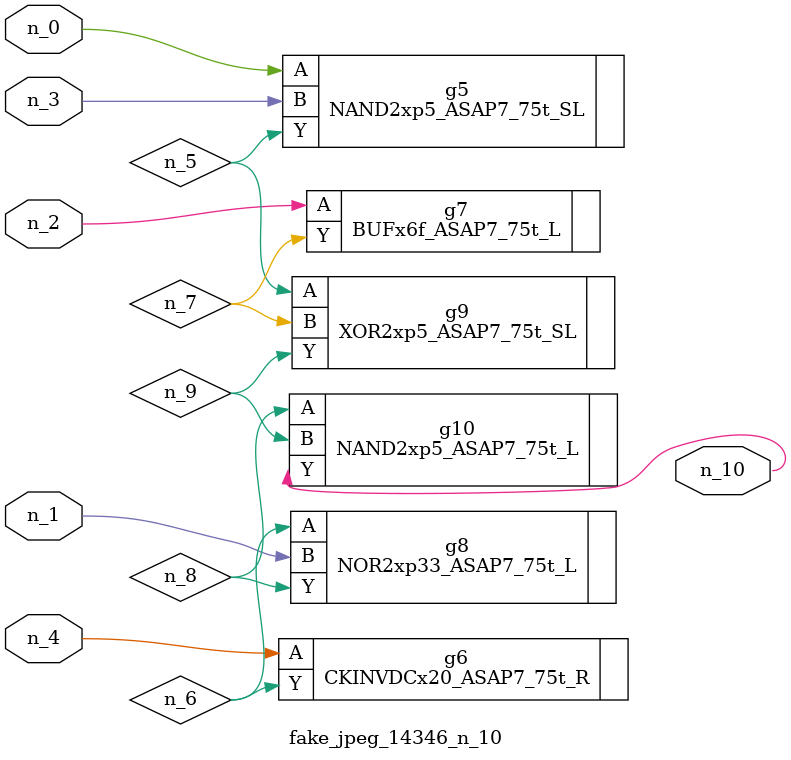
<source format=v>
module fake_jpeg_14346_n_10 (n_3, n_2, n_1, n_0, n_4, n_10);

input n_3;
input n_2;
input n_1;
input n_0;
input n_4;

output n_10;

wire n_8;
wire n_9;
wire n_6;
wire n_5;
wire n_7;

NAND2xp5_ASAP7_75t_SL g5 ( 
.A(n_0),
.B(n_3),
.Y(n_5)
);

CKINVDCx20_ASAP7_75t_R g6 ( 
.A(n_4),
.Y(n_6)
);

BUFx6f_ASAP7_75t_L g7 ( 
.A(n_2),
.Y(n_7)
);

NOR2xp33_ASAP7_75t_L g8 ( 
.A(n_6),
.B(n_1),
.Y(n_8)
);

NAND2xp5_ASAP7_75t_L g10 ( 
.A(n_8),
.B(n_9),
.Y(n_10)
);

XOR2xp5_ASAP7_75t_SL g9 ( 
.A(n_5),
.B(n_7),
.Y(n_9)
);


endmodule
</source>
